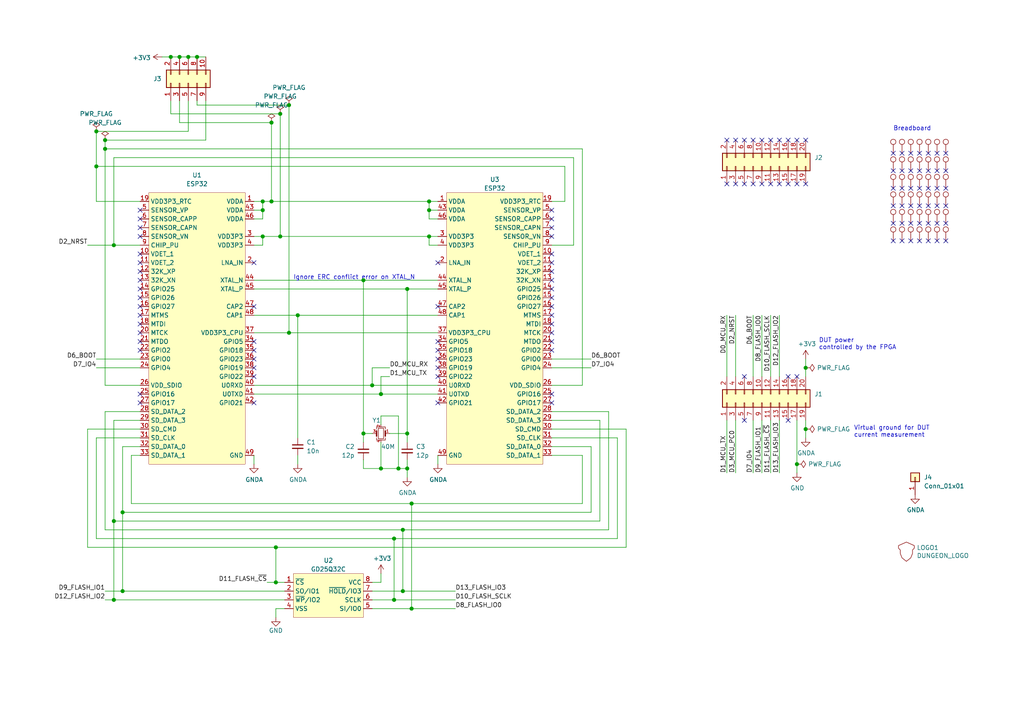
<source format=kicad_sch>
(kicad_sch (version 20210406) (generator eeschema)
  (paper "A4")
  (title_block (title "Scaffold ESP32 daughterboard") (date "2021-03-05") (company "LEDGER SAS"))
  (lib_symbols
    (symbol "Connector:TestPoint" (pin_numbers hide) (pin_names (offset 0.762) hide)
      (property "Reference" "TP" (at 0 6.858 0))
      (property "Value" "TestPoint" (at 0 5.08 0))
      (symbol "TestPoint_0_1"
        (circle (center 0 3.302) (radius 0.762))
      )
      (symbol "TestPoint_1_1"
        (pin passive line (at 0 0 90) (length 2.54) (name "1") (number "1"))
      )
    )
    (symbol "Connector_Generic:Conn_01x01" (pin_names (offset 1.016) hide)
      (property "Reference" "J" (at 0 2.54 0))
      (property "Value" "Conn_01x01" (at 0 -2.54 0))
      (symbol "Conn_01x01_1_1"
        (rectangle (start -1.27 0.127) (end 0 -0.127) (stroke (width 0.1524)))
        (rectangle (start -1.27 1.27) (end 1.27 -1.27) (stroke (width 0.254)) (fill (type background)))
        (pin passive line (at -5.08 0 0) (length 3.81) (name "Pin_1") (number "1"))
      )
    )
    (symbol "Connector_Generic:Conn_02x05_Odd_Even" (pin_names (offset 1.016) hide)
      (property "Reference" "J" (at 1.27 7.62 0))
      (property "Value" "Conn_02x05_Odd_Even" (at 1.27 -7.62 0))
      (symbol "Conn_02x05_Odd_Even_1_1"
        (rectangle (start -1.27 -4.953) (end 0 -5.207) (stroke (width 0.1524)))
        (rectangle (start -1.27 -2.413) (end 0 -2.667) (stroke (width 0.1524)))
        (rectangle (start -1.27 0.127) (end 0 -0.127) (stroke (width 0.1524)))
        (rectangle (start -1.27 2.667) (end 0 2.413) (stroke (width 0.1524)))
        (rectangle (start -1.27 5.207) (end 0 4.953) (stroke (width 0.1524)))
        (rectangle (start 3.81 -4.953) (end 2.54 -5.207) (stroke (width 0.1524)))
        (rectangle (start 3.81 -2.413) (end 2.54 -2.667) (stroke (width 0.1524)))
        (rectangle (start 3.81 0.127) (end 2.54 -0.127) (stroke (width 0.1524)))
        (rectangle (start 3.81 2.667) (end 2.54 2.413) (stroke (width 0.1524)))
        (rectangle (start 3.81 5.207) (end 2.54 4.953) (stroke (width 0.1524)))
        (rectangle (start -1.27 6.35) (end 3.81 -6.35) (stroke (width 0.254)) (fill (type background)))
        (pin passive line (at -5.08 5.08 0) (length 3.81) (name "Pin_1") (number "1"))
        (pin passive line (at 7.62 -5.08 180) (length 3.81) (name "Pin_10") (number "10"))
        (pin passive line (at 7.62 5.08 180) (length 3.81) (name "Pin_2") (number "2"))
        (pin passive line (at -5.08 2.54 0) (length 3.81) (name "Pin_3") (number "3"))
        (pin passive line (at 7.62 2.54 180) (length 3.81) (name "Pin_4") (number "4"))
        (pin passive line (at -5.08 0 0) (length 3.81) (name "Pin_5") (number "5"))
        (pin passive line (at 7.62 0 180) (length 3.81) (name "Pin_6") (number "6"))
        (pin passive line (at -5.08 -2.54 0) (length 3.81) (name "Pin_7") (number "7"))
        (pin passive line (at 7.62 -2.54 180) (length 3.81) (name "Pin_8") (number "8"))
        (pin passive line (at -5.08 -5.08 0) (length 3.81) (name "Pin_9") (number "9"))
      )
    )
    (symbol "Connector_Generic:Conn_02x10_Odd_Even_1" (pin_names (offset 1.016) hide)
      (property "Reference" "J" (at 1.27 12.7 0))
      (property "Value" "Conn_02x10_Odd_Even" (at 1.27 -15.24 0))
      (symbol "Conn_02x10_Odd_Even_1_1_1"
        (rectangle (start -1.27 -12.573) (end 0 -12.827) (stroke (width 0.1524)))
        (rectangle (start -1.27 -10.033) (end 0 -10.287) (stroke (width 0.1524)))
        (rectangle (start -1.27 -7.493) (end 0 -7.747) (stroke (width 0.1524)))
        (rectangle (start -1.27 -4.953) (end 0 -5.207) (stroke (width 0.1524)))
        (rectangle (start -1.27 -2.413) (end 0 -2.667) (stroke (width 0.1524)))
        (rectangle (start -1.27 0.127) (end 0 -0.127) (stroke (width 0.1524)))
        (rectangle (start -1.27 2.667) (end 0 2.413) (stroke (width 0.1524)))
        (rectangle (start -1.27 5.207) (end 0 4.953) (stroke (width 0.1524)))
        (rectangle (start -1.27 7.747) (end 0 7.493) (stroke (width 0.1524)))
        (rectangle (start -1.27 10.287) (end 0 10.033) (stroke (width 0.1524)))
        (rectangle (start 3.81 -12.573) (end 2.54 -12.827) (stroke (width 0.1524)))
        (rectangle (start 3.81 -10.033) (end 2.54 -10.287) (stroke (width 0.1524)))
        (rectangle (start 3.81 -7.493) (end 2.54 -7.747) (stroke (width 0.1524)))
        (rectangle (start 3.81 -4.953) (end 2.54 -5.207) (stroke (width 0.1524)))
        (rectangle (start 3.81 -2.413) (end 2.54 -2.667) (stroke (width 0.1524)))
        (rectangle (start 3.81 0.127) (end 2.54 -0.127) (stroke (width 0.1524)))
        (rectangle (start 3.81 2.667) (end 2.54 2.413) (stroke (width 0.1524)))
        (rectangle (start 3.81 5.207) (end 2.54 4.953) (stroke (width 0.1524)))
        (rectangle (start 3.81 7.747) (end 2.54 7.493) (stroke (width 0.1524)))
        (rectangle (start 3.81 10.287) (end 2.54 10.033) (stroke (width 0.1524)))
        (rectangle (start -1.27 11.43) (end 3.81 -13.97) (stroke (width 0.254)) (fill (type background)))
        (pin passive line (at -5.08 10.16 0) (length 3.81) (name "Pin_1") (number "1"))
        (pin passive line (at 7.62 0 180) (length 3.81) (name "Pin_10") (number "10"))
        (pin passive line (at -5.08 -2.54 0) (length 3.81) (name "Pin_11") (number "11"))
        (pin passive line (at 7.62 -2.54 180) (length 3.81) (name "Pin_12") (number "12"))
        (pin passive line (at -5.08 -5.08 0) (length 3.81) (name "Pin_13") (number "13"))
        (pin passive line (at 7.62 -5.08 180) (length 3.81) (name "Pin_14") (number "14"))
        (pin passive line (at -5.08 -7.62 0) (length 3.81) (name "Pin_15") (number "15"))
        (pin passive line (at 7.62 -7.62 180) (length 3.81) (name "Pin_16") (number "16"))
        (pin passive line (at -5.08 -10.16 0) (length 3.81) (name "Pin_17") (number "17"))
        (pin passive line (at 7.62 -10.16 180) (length 3.81) (name "Pin_18") (number "18"))
        (pin passive line (at -5.08 -12.7 0) (length 3.81) (name "Pin_19") (number "19"))
        (pin passive line (at 7.62 10.16 180) (length 3.81) (name "Pin_2") (number "2"))
        (pin passive line (at 7.62 -12.7 180) (length 3.81) (name "Pin_20") (number "20"))
        (pin passive line (at -5.08 7.62 0) (length 3.81) (name "Pin_3") (number "3"))
        (pin passive line (at 7.62 7.62 180) (length 3.81) (name "Pin_4") (number "4"))
        (pin passive line (at -5.08 5.08 0) (length 3.81) (name "Pin_5") (number "5"))
        (pin passive line (at 7.62 5.08 180) (length 3.81) (name "Pin_6") (number "6"))
        (pin passive line (at -5.08 2.54 0) (length 3.81) (name "Pin_7") (number "7"))
        (pin passive line (at 7.62 2.54 180) (length 3.81) (name "Pin_8") (number "8"))
        (pin passive line (at -5.08 0 0) (length 3.81) (name "Pin_9") (number "9"))
      )
    )
    (symbol "Connector_Generic:Conn_02x10_Odd_Even_2" (pin_names (offset 1.016) hide)
      (property "Reference" "J" (at 1.27 12.7 0))
      (property "Value" "Conn_02x10_Odd_Even" (at 1.27 -15.24 0))
      (symbol "Conn_02x10_Odd_Even_2_1_1"
        (rectangle (start -1.27 -12.573) (end 0 -12.827) (stroke (width 0.1524)))
        (rectangle (start -1.27 -10.033) (end 0 -10.287) (stroke (width 0.1524)))
        (rectangle (start -1.27 -7.493) (end 0 -7.747) (stroke (width 0.1524)))
        (rectangle (start -1.27 -4.953) (end 0 -5.207) (stroke (width 0.1524)))
        (rectangle (start -1.27 -2.413) (end 0 -2.667) (stroke (width 0.1524)))
        (rectangle (start -1.27 0.127) (end 0 -0.127) (stroke (width 0.1524)))
        (rectangle (start -1.27 2.667) (end 0 2.413) (stroke (width 0.1524)))
        (rectangle (start -1.27 5.207) (end 0 4.953) (stroke (width 0.1524)))
        (rectangle (start -1.27 7.747) (end 0 7.493) (stroke (width 0.1524)))
        (rectangle (start -1.27 10.287) (end 0 10.033) (stroke (width 0.1524)))
        (rectangle (start 3.81 -12.573) (end 2.54 -12.827) (stroke (width 0.1524)))
        (rectangle (start 3.81 -10.033) (end 2.54 -10.287) (stroke (width 0.1524)))
        (rectangle (start 3.81 -7.493) (end 2.54 -7.747) (stroke (width 0.1524)))
        (rectangle (start 3.81 -4.953) (end 2.54 -5.207) (stroke (width 0.1524)))
        (rectangle (start 3.81 -2.413) (end 2.54 -2.667) (stroke (width 0.1524)))
        (rectangle (start 3.81 0.127) (end 2.54 -0.127) (stroke (width 0.1524)))
        (rectangle (start 3.81 2.667) (end 2.54 2.413) (stroke (width 0.1524)))
        (rectangle (start 3.81 5.207) (end 2.54 4.953) (stroke (width 0.1524)))
        (rectangle (start 3.81 7.747) (end 2.54 7.493) (stroke (width 0.1524)))
        (rectangle (start 3.81 10.287) (end 2.54 10.033) (stroke (width 0.1524)))
        (rectangle (start -1.27 11.43) (end 3.81 -13.97) (stroke (width 0.254)) (fill (type background)))
        (pin passive line (at -5.08 10.16 0) (length 3.81) (name "Pin_1") (number "1"))
        (pin passive line (at 7.62 0 180) (length 3.81) (name "Pin_10") (number "10"))
        (pin passive line (at -5.08 -2.54 0) (length 3.81) (name "Pin_11") (number "11"))
        (pin passive line (at 7.62 -2.54 180) (length 3.81) (name "Pin_12") (number "12"))
        (pin passive line (at -5.08 -5.08 0) (length 3.81) (name "Pin_13") (number "13"))
        (pin passive line (at 7.62 -5.08 180) (length 3.81) (name "Pin_14") (number "14"))
        (pin passive line (at -5.08 -7.62 0) (length 3.81) (name "Pin_15") (number "15"))
        (pin passive line (at 7.62 -7.62 180) (length 3.81) (name "Pin_16") (number "16"))
        (pin passive line (at -5.08 -10.16 0) (length 3.81) (name "Pin_17") (number "17"))
        (pin passive line (at 7.62 -10.16 180) (length 3.81) (name "Pin_18") (number "18"))
        (pin passive line (at -5.08 -12.7 0) (length 3.81) (name "Pin_19") (number "19"))
        (pin passive line (at 7.62 10.16 180) (length 3.81) (name "Pin_2") (number "2"))
        (pin passive line (at 7.62 -12.7 180) (length 3.81) (name "Pin_20") (number "20"))
        (pin passive line (at -5.08 7.62 0) (length 3.81) (name "Pin_3") (number "3"))
        (pin passive line (at 7.62 7.62 180) (length 3.81) (name "Pin_4") (number "4"))
        (pin passive line (at -5.08 5.08 0) (length 3.81) (name "Pin_5") (number "5"))
        (pin passive line (at 7.62 5.08 180) (length 3.81) (name "Pin_6") (number "6"))
        (pin passive line (at -5.08 2.54 0) (length 3.81) (name "Pin_7") (number "7"))
        (pin passive line (at 7.62 2.54 180) (length 3.81) (name "Pin_8") (number "8"))
        (pin passive line (at -5.08 0 0) (length 3.81) (name "Pin_9") (number "9"))
      )
    )
    (symbol "Device:C_Small" (pin_numbers hide) (pin_names (offset 0.254) hide)
      (property "Reference" "C" (at 0.254 1.778 0))
      (property "Value" "C_Small" (at 0.254 -2.032 0))
      (symbol "C_Small_0_1"
        (polyline (pts (xy -1.524 -0.508) (xy 1.524 -0.508)) (stroke (width 0.3302)))
        (polyline (pts (xy -1.524 0.508) (xy 1.524 0.508)) (stroke (width 0.3048)))
      )
      (symbol "C_Small_1_1"
        (pin passive line (at 0 2.54 270) (length 2.032) (name "~") (number "1"))
        (pin passive line (at 0 -2.54 90) (length 2.032) (name "~") (number "2"))
      )
    )
    (symbol "Device:Crystal_GND24_Small" (pin_names (offset 1.016) hide)
      (property "Reference" "Y" (at 1.27 4.445 0))
      (property "Value" "Crystal_GND24_Small" (at 1.27 2.54 0))
      (symbol "Crystal_GND24_Small_0_1"
        (rectangle (start -0.762 -1.524) (end 0.762 1.524))
        (polyline (pts (xy -1.27 -0.762) (xy -1.27 0.762)) (stroke (width 0.381)))
        (polyline (pts (xy 1.27 -0.762) (xy 1.27 0.762)) (stroke (width 0.381)))
        (polyline (pts (xy -1.27 -1.27) (xy -1.27 -1.905) (xy 1.27 -1.905) (xy 1.27 -1.27)))
        (polyline (pts (xy -1.27 1.27) (xy -1.27 1.905) (xy 1.27 1.905) (xy 1.27 1.27)))
      )
      (symbol "Crystal_GND24_Small_1_1"
        (pin passive line (at -2.54 0 0) (length 1.27) (name "1") (number "1"))
        (pin passive line (at 0 -2.54 90) (length 0.635) (name "2") (number "2"))
        (pin passive line (at 2.54 0 180) (length 1.27) (name "3") (number "3"))
        (pin passive line (at 0 2.54 270) (length 0.635) (name "4") (number "4"))
      )
    )
    (symbol "mylib:DUNGEON_LOGO"
      (property "Reference" "LOGO" (at 0 0 0))
      (property "Value" "DUNGEON_LOGO" (at 0 0 0))
      (symbol "DUNGEON_LOGO_0_1"
        (polyline (pts (xy 0 2.794) (xy 2.286 1.778) (xy 2.286 1.016) (xy 1.778 0.508) (xy 1.778 -0.508) (xy 1.27 -1.778) (xy 0 -2.794) (xy -1.27 -1.778) (xy -1.778 -0.508) (xy -1.778 0.508) (xy -2.286 1.016) (xy -2.286 1.778) (xy 0 2.794)))
      )
    )
    (symbol "mylib:ESP32"
      (property "Reference" "U" (at -1.27 41.91 0))
      (property "Value" "ESP32" (at -1.27 -39.37 0))
      (symbol "ESP32_0_1"
        (rectangle (start -15.24 40.64) (end 12.7 -38.1) (stroke (width 0.001)) (fill (type background)))
      )
      (symbol "ESP32_1_1"
        (pin power_in line (at 15.24 38.1 180) (length 2.54) (name "VDDA") (number "1"))
        (pin input line (at -17.78 22.86 0) (length 2.54) (name "VDET_1") (number "10"))
        (pin input line (at -17.78 20.32 0) (length 2.54) (name "VDET_2") (number "11"))
        (pin bidirectional line (at -17.78 17.78 0) (length 2.54) (name "32K_XP") (number "12"))
        (pin bidirectional line (at -17.78 15.24 0) (length 2.54) (name "32K_XN") (number "13"))
        (pin bidirectional line (at -17.78 12.7 0) (length 2.54) (name "GPIO25") (number "14"))
        (pin bidirectional line (at -17.78 10.16 0) (length 2.54) (name "GPIO26") (number "15"))
        (pin bidirectional line (at -17.78 7.62 0) (length 2.54) (name "GPIO27") (number "16"))
        (pin bidirectional line (at -17.78 5.08 0) (length 2.54) (name "MTMS") (number "17"))
        (pin bidirectional line (at -17.78 2.54 0) (length 2.54) (name "MTDI") (number "18"))
        (pin power_in line (at -17.78 38.1 0) (length 2.54) (name "VDD3P3_RTC") (number "19"))
        (pin bidirectional line (at 15.24 20.32 180) (length 2.54) (name "LNA_IN") (number "2"))
        (pin bidirectional line (at -17.78 0 0) (length 2.54) (name "MTCK") (number "20"))
        (pin bidirectional line (at -17.78 -2.54 0) (length 2.54) (name "MTDO") (number "21"))
        (pin bidirectional line (at -17.78 -5.08 0) (length 2.54) (name "GPIO2") (number "22"))
        (pin bidirectional line (at -17.78 -7.62 0) (length 2.54) (name "GPIO0") (number "23"))
        (pin bidirectional line (at -17.78 -10.16 0) (length 2.54) (name "GPIO4") (number "24"))
        (pin bidirectional line (at -17.78 -17.78 0) (length 2.54) (name "GPIO16") (number "25"))
        (pin power_in line (at -17.78 -15.24 0) (length 2.54) (name "VDD_SDIO") (number "26"))
        (pin bidirectional line (at -17.78 -20.32 0) (length 2.54) (name "GPIO17") (number "27"))
        (pin bidirectional line (at -17.78 -22.86 0) (length 2.54) (name "SD_DATA_2") (number "28"))
        (pin bidirectional line (at -17.78 -25.4 0) (length 2.54) (name "SD_DATA_3") (number "29"))
        (pin power_in line (at 15.24 27.94 180) (length 2.54) (name "VDD3P3") (number "3"))
        (pin bidirectional line (at -17.78 -27.94 0) (length 2.54) (name "SD_CMD") (number "30"))
        (pin bidirectional line (at -17.78 -30.48 0) (length 2.54) (name "SD_CLK") (number "31"))
        (pin bidirectional line (at -17.78 -33.02 0) (length 2.54) (name "SD_DATA_0") (number "32"))
        (pin bidirectional line (at -17.78 -35.56 0) (length 2.54) (name "SD_DATA_1") (number "33"))
        (pin bidirectional line (at 15.24 -2.54 180) (length 2.54) (name "GPIO5") (number "34"))
        (pin bidirectional line (at 15.24 -5.08 180) (length 2.54) (name "GPIO18") (number "35"))
        (pin bidirectional line (at 15.24 -7.62 180) (length 2.54) (name "GPIO23") (number "36"))
        (pin power_in line (at 15.24 0 180) (length 2.54) (name "VDD3P3_CPU") (number "37"))
        (pin bidirectional line (at 15.24 -10.16 180) (length 2.54) (name "GPIO19") (number "38"))
        (pin bidirectional line (at 15.24 -12.7 180) (length 2.54) (name "GPIO22") (number "39"))
        (pin power_in line (at 15.24 25.4 180) (length 2.54) (name "VDD3P3") (number "4"))
        (pin bidirectional line (at 15.24 -15.24 180) (length 2.54) (name "U0RXD") (number "40"))
        (pin bidirectional line (at 15.24 -17.78 180) (length 2.54) (name "U0TXD") (number "41"))
        (pin bidirectional line (at 15.24 -20.32 180) (length 2.54) (name "GPIO21") (number "42"))
        (pin power_in line (at 15.24 35.56 180) (length 2.54) (name "VDDA") (number "43"))
        (pin output line (at 15.24 15.24 180) (length 2.54) (name "XTAL_N") (number "44"))
        (pin input line (at 15.24 12.7 180) (length 2.54) (name "XTAL_P") (number "45"))
        (pin power_in line (at 15.24 33.02 180) (length 2.54) (name "VDDA") (number "46"))
        (pin input line (at 15.24 7.62 180) (length 2.54) (name "CAP2") (number "47"))
        (pin input line (at 15.24 5.08 180) (length 2.54) (name "CAP1") (number "48"))
        (pin power_in line (at 15.24 -35.56 180) (length 2.54) (name "GND") (number "49"))
        (pin input line (at -17.78 35.56 0) (length 2.54) (name "SENSOR_VP") (number "5"))
        (pin input line (at -17.78 33.02 0) (length 2.54) (name "SENSOR_CAPP") (number "6"))
        (pin input line (at -17.78 30.48 0) (length 2.54) (name "SENSOR_CAPN") (number "7"))
        (pin input line (at -17.78 27.94 0) (length 2.54) (name "SENSOR_VN") (number "8"))
        (pin input line (at -17.78 25.4 0) (length 2.54) (name "CHIP_PU") (number "9"))
      )
    )
    (symbol "mylib:GD25Q32C"
      (property "Reference" "U" (at 0 3.81 0))
      (property "Value" "GD25Q32C" (at 0 -11.43 0))
      (symbol "GD25Q32C_0_1"
        (rectangle (start -10.16 2.54) (end 10.16 -10.16) (stroke (width 0.001)) (fill (type background)))
      )
      (symbol "GD25Q32C_1_1"
        (pin input line (at -12.7 0 0) (length 2.54) (name "~CS") (number "1"))
        (pin bidirectional line (at -12.7 -2.54 0) (length 2.54) (name "SO/IO1") (number "2"))
        (pin bidirectional line (at -12.7 -5.08 0) (length 2.54) (name "~WP~/IO2") (number "3"))
        (pin power_in line (at -12.7 -7.62 0) (length 2.54) (name "VSS") (number "4"))
        (pin bidirectional line (at 12.7 -7.62 180) (length 2.54) (name "SI/IO0") (number "5"))
        (pin input line (at 12.7 -5.08 180) (length 2.54) (name "SCLK") (number "6"))
        (pin bidirectional line (at 12.7 -2.54 180) (length 2.54) (name "~HOLD~/IO3") (number "7"))
        (pin power_in line (at 12.7 0 180) (length 2.54) (name "VCC") (number "8"))
      )
    )
    (symbol "power:+3V3" (power) (pin_names (offset 0))
      (property "Value" "+3V3" (at 0 3.556 0))
      (symbol "+3V3_0_1"
        (polyline (pts (xy -0.762 1.27) (xy 0 2.54)))
        (polyline (pts (xy 0 0) (xy 0 2.54)))
        (polyline (pts (xy 0 2.54) (xy 0.762 1.27)))
      )
      (symbol "+3V3_1_1"
        (pin power_in line (at 0 0 90) (length 0) hide (name "+3V3") (number "1"))
      )
    )
    (symbol "power:GND" (power) (pin_names (offset 0))
      (property "Value" "GND" (at 0 -3.81 0))
      (symbol "GND_0_1"
        (polyline (pts (xy 0 0) (xy 0 -1.27) (xy 1.27 -1.27) (xy 0 -2.54) (xy -1.27 -1.27) (xy 0 -1.27)))
      )
      (symbol "GND_1_1"
        (pin power_in line (at 0 0 270) (length 0) hide (name "GND") (number "1"))
      )
    )
    (symbol "power:GNDA" (power) (pin_names (offset 0))
      (property "Value" "GNDA" (at 0 -3.81 0))
      (symbol "GNDA_0_1"
        (polyline (pts (xy 0 0) (xy 0 -1.27) (xy 1.27 -1.27) (xy 0 -2.54) (xy -1.27 -1.27) (xy 0 -1.27)))
      )
      (symbol "GNDA_1_1"
        (pin power_in line (at 0 0 270) (length 0) hide (name "GNDA") (number "1"))
      )
    )
    (symbol "power:PWR_FLAG" (power) (pin_numbers hide) (pin_names (offset 0) hide)
      (property "Value" "PWR_FLAG" (at 0 3.81 0))
      (symbol "PWR_FLAG_0_0"
        (pin power_out line (at 0 0 90) (length 0) (name "pwr") (number "1"))
      )
      (symbol "PWR_FLAG_0_1"
        (polyline (pts (xy 0 0) (xy 0 1.27) (xy -1.016 1.905) (xy 0 2.54) (xy 1.016 1.905) (xy 0 1.27)))
      )
    )
  )
  (junction (at 27.94 38.1) (diameter 1.016))
  (junction (at 27.94 48.26) (diameter 1.016))
  (junction (at 30.48 40.64) (diameter 1.016))
  (junction (at 30.48 43.18) (diameter 1.016))
  (junction (at 33.02 71.12) (diameter 1.016))
  (junction (at 33.02 151.13) (diameter 1.016))
  (junction (at 33.02 173.99) (diameter 1.016))
  (junction (at 35.56 148.59) (diameter 1.016))
  (junction (at 35.56 171.45) (diameter 1.016))
  (junction (at 49.53 16.51) (diameter 1.016))
  (junction (at 52.07 16.51) (diameter 1.016))
  (junction (at 54.61 16.51) (diameter 1.016))
  (junction (at 57.15 16.51) (diameter 1.016))
  (junction (at 76.2 58.42) (diameter 1.016))
  (junction (at 76.2 60.96) (diameter 1.016))
  (junction (at 76.2 68.58) (diameter 1.016))
  (junction (at 78.74 35.56) (diameter 1.016))
  (junction (at 78.74 58.42) (diameter 1.016))
  (junction (at 80.01 158.75) (diameter 1.016))
  (junction (at 80.01 168.91) (diameter 1.016))
  (junction (at 81.28 33.02) (diameter 1.016))
  (junction (at 81.28 68.58) (diameter 1.016))
  (junction (at 83.82 30.48) (diameter 1.016))
  (junction (at 83.82 96.52) (diameter 1.016))
  (junction (at 86.36 91.44) (diameter 1.016))
  (junction (at 105.41 81.28) (diameter 1.016))
  (junction (at 105.41 125.73) (diameter 1.016))
  (junction (at 107.95 111.76) (diameter 1.016))
  (junction (at 110.49 114.3) (diameter 1.016))
  (junction (at 110.49 135.89) (diameter 1.016))
  (junction (at 114.3 156.21) (diameter 1.016))
  (junction (at 114.3 173.99) (diameter 1.016))
  (junction (at 115.57 135.89) (diameter 1.016))
  (junction (at 116.84 153.67) (diameter 1.016))
  (junction (at 116.84 171.45) (diameter 1.016))
  (junction (at 118.11 83.82) (diameter 1.016))
  (junction (at 118.11 125.73) (diameter 1.016))
  (junction (at 118.11 135.89) (diameter 1.016))
  (junction (at 119.38 146.05) (diameter 1.016))
  (junction (at 119.38 176.53) (diameter 1.016))
  (junction (at 124.46 58.42) (diameter 1.016))
  (junction (at 124.46 60.96) (diameter 1.016))
  (junction (at 124.46 68.58) (diameter 1.016))
  (junction (at 231.14 134.62) (diameter 1.016))
  (junction (at 233.68 106.68) (diameter 1.016))
  (junction (at 233.68 124.46) (diameter 1.016))
  (no_connect (at 40.64 60.96))
  (no_connect (at 40.64 63.5))
  (no_connect (at 40.64 66.04))
  (no_connect (at 40.64 68.58))
  (no_connect (at 40.64 73.66))
  (no_connect (at 40.64 76.2))
  (no_connect (at 40.64 78.74))
  (no_connect (at 40.64 81.28))
  (no_connect (at 40.64 83.82))
  (no_connect (at 40.64 86.36))
  (no_connect (at 40.64 88.9))
  (no_connect (at 40.64 91.44))
  (no_connect (at 40.64 93.98))
  (no_connect (at 40.64 96.52))
  (no_connect (at 40.64 99.06))
  (no_connect (at 40.64 101.6))
  (no_connect (at 40.64 114.3))
  (no_connect (at 40.64 116.84))
  (no_connect (at 73.66 76.2))
  (no_connect (at 73.66 88.9))
  (no_connect (at 73.66 99.06))
  (no_connect (at 73.66 101.6))
  (no_connect (at 73.66 104.14))
  (no_connect (at 73.66 106.68))
  (no_connect (at 73.66 109.22))
  (no_connect (at 73.66 116.84))
  (no_connect (at 127 76.2))
  (no_connect (at 127 88.9))
  (no_connect (at 127 99.06))
  (no_connect (at 127 101.6))
  (no_connect (at 127 104.14))
  (no_connect (at 127 106.68))
  (no_connect (at 127 109.22))
  (no_connect (at 127 116.84))
  (no_connect (at 160.02 60.96))
  (no_connect (at 160.02 63.5))
  (no_connect (at 160.02 66.04))
  (no_connect (at 160.02 68.58))
  (no_connect (at 160.02 73.66))
  (no_connect (at 160.02 76.2))
  (no_connect (at 160.02 78.74))
  (no_connect (at 160.02 81.28))
  (no_connect (at 160.02 83.82))
  (no_connect (at 160.02 86.36))
  (no_connect (at 160.02 88.9))
  (no_connect (at 160.02 91.44))
  (no_connect (at 160.02 93.98))
  (no_connect (at 160.02 96.52))
  (no_connect (at 160.02 99.06))
  (no_connect (at 160.02 101.6))
  (no_connect (at 160.02 114.3))
  (no_connect (at 160.02 116.84))
  (no_connect (at 210.82 40.64))
  (no_connect (at 210.82 53.34))
  (no_connect (at 213.36 40.64))
  (no_connect (at 213.36 53.34))
  (no_connect (at 215.9 40.64))
  (no_connect (at 215.9 53.34))
  (no_connect (at 215.9 109.22))
  (no_connect (at 215.9 121.92))
  (no_connect (at 218.44 40.64))
  (no_connect (at 218.44 53.34))
  (no_connect (at 220.98 40.64))
  (no_connect (at 220.98 53.34))
  (no_connect (at 223.52 40.64))
  (no_connect (at 223.52 53.34))
  (no_connect (at 226.06 40.64))
  (no_connect (at 226.06 53.34))
  (no_connect (at 228.6 40.64))
  (no_connect (at 228.6 53.34))
  (no_connect (at 228.6 109.22))
  (no_connect (at 228.6 121.92))
  (no_connect (at 231.14 40.64))
  (no_connect (at 231.14 53.34))
  (no_connect (at 231.14 109.22))
  (no_connect (at 233.68 40.64))
  (no_connect (at 233.68 53.34))
  (no_connect (at 259.08 44.45))
  (no_connect (at 259.08 49.53))
  (no_connect (at 259.08 54.61))
  (no_connect (at 259.08 59.69))
  (no_connect (at 259.08 64.77))
  (no_connect (at 259.08 69.85))
  (no_connect (at 261.62 44.45))
  (no_connect (at 261.62 49.53))
  (no_connect (at 261.62 54.61))
  (no_connect (at 261.62 59.69))
  (no_connect (at 261.62 64.77))
  (no_connect (at 261.62 69.85))
  (no_connect (at 264.16 44.45))
  (no_connect (at 264.16 49.53))
  (no_connect (at 264.16 54.61))
  (no_connect (at 264.16 59.69))
  (no_connect (at 264.16 64.77))
  (no_connect (at 264.16 69.85))
  (no_connect (at 266.7 44.45))
  (no_connect (at 266.7 49.53))
  (no_connect (at 266.7 54.61))
  (no_connect (at 266.7 59.69))
  (no_connect (at 266.7 64.77))
  (no_connect (at 266.7 69.85))
  (no_connect (at 269.24 44.45))
  (no_connect (at 269.24 49.53))
  (no_connect (at 269.24 54.61))
  (no_connect (at 269.24 59.69))
  (no_connect (at 269.24 64.77))
  (no_connect (at 269.24 69.85))
  (no_connect (at 271.78 44.45))
  (no_connect (at 271.78 49.53))
  (no_connect (at 271.78 54.61))
  (no_connect (at 271.78 59.69))
  (no_connect (at 271.78 64.77))
  (no_connect (at 271.78 69.85))
  (no_connect (at 274.32 44.45))
  (no_connect (at 274.32 49.53))
  (no_connect (at 274.32 54.61))
  (no_connect (at 274.32 59.69))
  (no_connect (at 274.32 64.77))
  (no_connect (at 274.32 69.85))
  (wire (pts (xy 25.4 71.12) (xy 33.02 71.12)))
  (wire (pts (xy 25.4 124.46) (xy 25.4 158.75)))
  (wire (pts (xy 25.4 158.75) (xy 80.01 158.75)))
  (wire (pts (xy 27.94 38.1) (xy 27.94 48.26)))
  (wire (pts (xy 27.94 38.1) (xy 54.61 38.1)))
  (wire (pts (xy 27.94 48.26) (xy 27.94 58.42)))
  (wire (pts (xy 27.94 48.26) (xy 163.83 48.26)))
  (wire (pts (xy 27.94 58.42) (xy 40.64 58.42)))
  (wire (pts (xy 27.94 104.14) (xy 40.64 104.14)))
  (wire (pts (xy 27.94 106.68) (xy 40.64 106.68)))
  (wire (pts (xy 27.94 127) (xy 40.64 127)))
  (wire (pts (xy 27.94 156.21) (xy 27.94 127)))
  (wire (pts (xy 30.48 40.64) (xy 30.48 43.18)))
  (wire (pts (xy 30.48 40.64) (xy 59.69 40.64)))
  (wire (pts (xy 30.48 43.18) (xy 30.48 111.76)))
  (wire (pts (xy 30.48 111.76) (xy 40.64 111.76)))
  (wire (pts (xy 30.48 119.38) (xy 30.48 153.67)))
  (wire (pts (xy 30.48 153.67) (xy 116.84 153.67)))
  (wire (pts (xy 30.48 171.45) (xy 35.56 171.45)))
  (wire (pts (xy 30.48 173.99) (xy 33.02 173.99)))
  (wire (pts (xy 33.02 45.72) (xy 166.37 45.72)))
  (wire (pts (xy 33.02 71.12) (xy 33.02 45.72)))
  (wire (pts (xy 33.02 71.12) (xy 40.64 71.12)))
  (wire (pts (xy 33.02 121.92) (xy 33.02 151.13)))
  (wire (pts (xy 33.02 121.92) (xy 40.64 121.92)))
  (wire (pts (xy 33.02 151.13) (xy 33.02 173.99)))
  (wire (pts (xy 33.02 151.13) (xy 173.99 151.13)))
  (wire (pts (xy 35.56 129.54) (xy 35.56 148.59)))
  (wire (pts (xy 35.56 129.54) (xy 40.64 129.54)))
  (wire (pts (xy 35.56 148.59) (xy 35.56 171.45)))
  (wire (pts (xy 35.56 148.59) (xy 171.45 148.59)))
  (wire (pts (xy 38.1 132.08) (xy 40.64 132.08)))
  (wire (pts (xy 38.1 146.05) (xy 38.1 132.08)))
  (wire (pts (xy 40.64 119.38) (xy 30.48 119.38)))
  (wire (pts (xy 40.64 124.46) (xy 25.4 124.46)))
  (wire (pts (xy 46.99 16.51) (xy 49.53 16.51)))
  (wire (pts (xy 49.53 16.51) (xy 52.07 16.51)))
  (wire (pts (xy 49.53 33.02) (xy 49.53 29.21)))
  (wire (pts (xy 49.53 33.02) (xy 81.28 33.02)))
  (wire (pts (xy 52.07 16.51) (xy 54.61 16.51)))
  (wire (pts (xy 52.07 29.21) (xy 52.07 35.56)))
  (wire (pts (xy 54.61 16.51) (xy 57.15 16.51)))
  (wire (pts (xy 54.61 38.1) (xy 54.61 29.21)))
  (wire (pts (xy 57.15 16.51) (xy 59.69 16.51)))
  (wire (pts (xy 57.15 30.48) (xy 57.15 29.21)))
  (wire (pts (xy 59.69 40.64) (xy 59.69 29.21)))
  (wire (pts (xy 73.66 60.96) (xy 76.2 60.96)))
  (wire (pts (xy 73.66 63.5) (xy 76.2 63.5)))
  (wire (pts (xy 73.66 68.58) (xy 76.2 68.58)))
  (wire (pts (xy 73.66 71.12) (xy 76.2 71.12)))
  (wire (pts (xy 73.66 81.28) (xy 105.41 81.28)))
  (wire (pts (xy 73.66 83.82) (xy 118.11 83.82)))
  (wire (pts (xy 73.66 91.44) (xy 86.36 91.44)))
  (wire (pts (xy 73.66 96.52) (xy 83.82 96.52)))
  (wire (pts (xy 73.66 111.76) (xy 107.95 111.76)))
  (wire (pts (xy 73.66 114.3) (xy 110.49 114.3)))
  (wire (pts (xy 73.66 132.08) (xy 73.66 134.62)))
  (wire (pts (xy 76.2 58.42) (xy 73.66 58.42)))
  (wire (pts (xy 76.2 60.96) (xy 76.2 58.42)))
  (wire (pts (xy 76.2 63.5) (xy 76.2 60.96)))
  (wire (pts (xy 76.2 68.58) (xy 81.28 68.58)))
  (wire (pts (xy 76.2 71.12) (xy 76.2 68.58)))
  (wire (pts (xy 77.47 168.91) (xy 80.01 168.91)))
  (wire (pts (xy 78.74 35.56) (xy 52.07 35.56)))
  (wire (pts (xy 78.74 35.56) (xy 78.74 58.42)))
  (wire (pts (xy 78.74 58.42) (xy 76.2 58.42)))
  (wire (pts (xy 78.74 58.42) (xy 124.46 58.42)))
  (wire (pts (xy 80.01 158.75) (xy 80.01 168.91)))
  (wire (pts (xy 80.01 158.75) (xy 181.61 158.75)))
  (wire (pts (xy 80.01 168.91) (xy 82.55 168.91)))
  (wire (pts (xy 80.01 176.53) (xy 80.01 179.07)))
  (wire (pts (xy 81.28 33.02) (xy 81.28 68.58)))
  (wire (pts (xy 81.28 68.58) (xy 124.46 68.58)))
  (wire (pts (xy 82.55 171.45) (xy 35.56 171.45)))
  (wire (pts (xy 82.55 173.99) (xy 33.02 173.99)))
  (wire (pts (xy 82.55 176.53) (xy 80.01 176.53)))
  (wire (pts (xy 83.82 30.48) (xy 57.15 30.48)))
  (wire (pts (xy 83.82 30.48) (xy 83.82 96.52)))
  (wire (pts (xy 83.82 96.52) (xy 127 96.52)))
  (wire (pts (xy 86.36 91.44) (xy 86.36 127)))
  (wire (pts (xy 86.36 91.44) (xy 127 91.44)))
  (wire (pts (xy 86.36 132.08) (xy 86.36 134.62)))
  (wire (pts (xy 105.41 81.28) (xy 127 81.28)))
  (wire (pts (xy 105.41 125.73) (xy 105.41 81.28)))
  (wire (pts (xy 105.41 125.73) (xy 105.41 128.27)))
  (wire (pts (xy 105.41 133.35) (xy 105.41 135.89)))
  (wire (pts (xy 105.41 135.89) (xy 110.49 135.89)))
  (wire (pts (xy 107.95 106.68) (xy 107.95 111.76)))
  (wire (pts (xy 107.95 111.76) (xy 127 111.76)))
  (wire (pts (xy 107.95 125.73) (xy 105.41 125.73)))
  (wire (pts (xy 107.95 168.91) (xy 110.49 168.91)))
  (wire (pts (xy 107.95 173.99) (xy 114.3 173.99)))
  (wire (pts (xy 107.95 176.53) (xy 119.38 176.53)))
  (wire (pts (xy 110.49 109.22) (xy 110.49 114.3)))
  (wire (pts (xy 110.49 114.3) (xy 127 114.3)))
  (wire (pts (xy 110.49 120.65) (xy 110.49 123.19)))
  (wire (pts (xy 110.49 128.27) (xy 110.49 135.89)))
  (wire (pts (xy 110.49 135.89) (xy 115.57 135.89)))
  (wire (pts (xy 110.49 168.91) (xy 110.49 166.37)))
  (wire (pts (xy 113.03 106.68) (xy 107.95 106.68)))
  (wire (pts (xy 113.03 109.22) (xy 110.49 109.22)))
  (wire (pts (xy 113.03 125.73) (xy 118.11 125.73)))
  (wire (pts (xy 114.3 156.21) (xy 27.94 156.21)))
  (wire (pts (xy 114.3 156.21) (xy 179.07 156.21)))
  (wire (pts (xy 114.3 173.99) (xy 114.3 156.21)))
  (wire (pts (xy 114.3 173.99) (xy 132.08 173.99)))
  (wire (pts (xy 115.57 120.65) (xy 110.49 120.65)))
  (wire (pts (xy 115.57 120.65) (xy 115.57 135.89)))
  (wire (pts (xy 115.57 135.89) (xy 118.11 135.89)))
  (wire (pts (xy 116.84 153.67) (xy 116.84 171.45)))
  (wire (pts (xy 116.84 153.67) (xy 176.53 153.67)))
  (wire (pts (xy 116.84 171.45) (xy 107.95 171.45)))
  (wire (pts (xy 116.84 171.45) (xy 132.08 171.45)))
  (wire (pts (xy 118.11 83.82) (xy 127 83.82)))
  (wire (pts (xy 118.11 125.73) (xy 118.11 83.82)))
  (wire (pts (xy 118.11 125.73) (xy 118.11 128.27)))
  (wire (pts (xy 118.11 133.35) (xy 118.11 135.89)))
  (wire (pts (xy 118.11 135.89) (xy 118.11 138.43)))
  (wire (pts (xy 119.38 146.05) (xy 38.1 146.05)))
  (wire (pts (xy 119.38 146.05) (xy 168.91 146.05)))
  (wire (pts (xy 119.38 176.53) (xy 119.38 146.05)))
  (wire (pts (xy 119.38 176.53) (xy 132.08 176.53)))
  (wire (pts (xy 124.46 58.42) (xy 127 58.42)))
  (wire (pts (xy 124.46 60.96) (xy 124.46 58.42)))
  (wire (pts (xy 124.46 63.5) (xy 124.46 60.96)))
  (wire (pts (xy 124.46 68.58) (xy 127 68.58)))
  (wire (pts (xy 124.46 71.12) (xy 124.46 68.58)))
  (wire (pts (xy 127 60.96) (xy 124.46 60.96)))
  (wire (pts (xy 127 63.5) (xy 124.46 63.5)))
  (wire (pts (xy 127 71.12) (xy 124.46 71.12)))
  (wire (pts (xy 127 132.08) (xy 127 134.62)))
  (wire (pts (xy 160.02 104.14) (xy 171.45 104.14)))
  (wire (pts (xy 160.02 106.68) (xy 171.45 106.68)))
  (wire (pts (xy 160.02 111.76) (xy 168.91 111.76)))
  (wire (pts (xy 160.02 119.38) (xy 176.53 119.38)))
  (wire (pts (xy 160.02 121.92) (xy 173.99 121.92)))
  (wire (pts (xy 160.02 124.46) (xy 181.61 124.46)))
  (wire (pts (xy 160.02 127) (xy 179.07 127)))
  (wire (pts (xy 160.02 129.54) (xy 171.45 129.54)))
  (wire (pts (xy 163.83 48.26) (xy 163.83 58.42)))
  (wire (pts (xy 163.83 58.42) (xy 160.02 58.42)))
  (wire (pts (xy 166.37 45.72) (xy 166.37 71.12)))
  (wire (pts (xy 166.37 71.12) (xy 160.02 71.12)))
  (wire (pts (xy 168.91 43.18) (xy 30.48 43.18)))
  (wire (pts (xy 168.91 111.76) (xy 168.91 43.18)))
  (wire (pts (xy 168.91 132.08) (xy 160.02 132.08)))
  (wire (pts (xy 168.91 146.05) (xy 168.91 132.08)))
  (wire (pts (xy 171.45 148.59) (xy 171.45 129.54)))
  (wire (pts (xy 173.99 151.13) (xy 173.99 121.92)))
  (wire (pts (xy 176.53 153.67) (xy 176.53 119.38)))
  (wire (pts (xy 179.07 156.21) (xy 179.07 127)))
  (wire (pts (xy 181.61 124.46) (xy 181.61 158.75)))
  (wire (pts (xy 210.82 109.22) (xy 210.82 91.44)))
  (wire (pts (xy 210.82 121.92) (xy 210.82 137.16)))
  (wire (pts (xy 213.36 109.22) (xy 213.36 91.44)))
  (wire (pts (xy 213.36 121.92) (xy 213.36 137.16)))
  (wire (pts (xy 218.44 109.22) (xy 218.44 91.44)))
  (wire (pts (xy 218.44 121.92) (xy 218.44 137.16)))
  (wire (pts (xy 220.98 91.44) (xy 220.98 109.22)))
  (wire (pts (xy 220.98 121.92) (xy 220.98 137.16)))
  (wire (pts (xy 223.52 91.44) (xy 223.52 109.22)))
  (wire (pts (xy 223.52 121.92) (xy 223.52 137.16)))
  (wire (pts (xy 226.06 91.44) (xy 226.06 109.22)))
  (wire (pts (xy 226.06 121.92) (xy 226.06 137.16)))
  (wire (pts (xy 231.14 134.62) (xy 231.14 121.92)))
  (wire (pts (xy 231.14 137.16) (xy 231.14 134.62)))
  (wire (pts (xy 233.68 104.14) (xy 233.68 106.68)))
  (wire (pts (xy 233.68 106.68) (xy 233.68 109.22)))
  (wire (pts (xy 233.68 121.92) (xy 233.68 124.46)))
  (wire (pts (xy 233.68 124.46) (xy 233.68 127)))
  (text "Ignore ERC conflict error on XTAL_N" (at 85.09 81.28 0) (effects (font (size 1.27 1.27)) (justify left bottom)))
  (text "DUT power\ncontrolled by the FPGA" (at 237.49 101.6 0) (effects (font (size 1.27 1.27)) (justify left bottom)))
  (text "Virtual ground for DUT\ncurrent measurement" (at 247.65 127 0) (effects (font (size 1.27 1.27)) (justify left bottom)))
  (text "Breadboard" (at 259.08 38.1 0) (effects (font (size 1.27 1.27)) (justify left bottom)))
  (label "D2_NRST" (at 25.4 71.12 180))
  (label "D6_BOOT" (at 27.94 104.14 180))
  (label "D7_IO4" (at 27.94 106.68 180))
  (label "D9_FLASH_IO1" (at 30.48 171.45 180))
  (label "D12_FLASH_IO2" (at 30.48 173.99 180))
  (label "D11_FLASH_~CS" (at 77.47 168.91 180))
  (label "D0_MCU_RX" (at 113.03 106.68 0))
  (label "D1_MCU_TX" (at 113.03 109.22 0))
  (label "D13_FLASH_IO3" (at 132.08 171.45 0))
  (label "D10_FLASH_SCLK" (at 132.08 173.99 0))
  (label "D8_FLASH_IO0" (at 132.08 176.53 0))
  (label "D6_BOOT" (at 171.45 104.14 0))
  (label "D7_IO4" (at 171.45 106.68 0))
  (label "D0_MCU_RX" (at 210.82 91.44 270))
  (label "D1_MCU_TX" (at 210.82 137.16 90))
  (label "D2_NRST" (at 213.36 91.44 270))
  (label "D3_MCU_PC0" (at 213.36 137.16 90))
  (label "D6_BOOT" (at 218.44 91.44 270))
  (label "D7_IO4" (at 218.44 137.16 90))
  (label "D8_FLASH_IO0" (at 220.98 91.44 270))
  (label "D9_FLASH_IO1" (at 220.98 137.16 90))
  (label "D10_FLASH_SCLK" (at 223.52 91.44 270))
  (label "D11_FLASH_~CS" (at 223.52 137.16 90))
  (label "D12_FLASH_IO2" (at 226.06 91.44 270))
  (label "D13_FLASH_IO3" (at 226.06 137.16 90))
  (symbol (lib_id "power:+3V3") (at 46.99 16.51 90) (unit 1)
    (property "Reference" "#PWR0104" (effects hide))
    (property "Value" "+3V3" (at 43.7388 16.764 90) (effects (justify left)))
  )
  (symbol (lib_id "power:+3V3") (at 110.49 166.37 0) (unit 1)
    (property "Reference" "#PWR0109" (effects hide))
    (property "Value" "+3V3" (at 110.871 161.9758 0))
  )
  (symbol (lib_id "power:+3V3") (at 233.68 104.14 0) (unit 1)
    (property "Reference" "#PWR0101" (effects hide))
    (property "Value" "+3V3" (at 234.061 99.7458 0))
  )
  (symbol (lib_id "power:PWR_FLAG") (at 27.94 38.1 0) (unit 1)
    (property "Reference" "#FLG0107" (effects hide))
    (property "Value" "PWR_FLAG" (at 27.94 33.02 0))
  )
  (symbol (lib_id "power:PWR_FLAG") (at 30.48 40.64 0) (unit 1)
    (property "Reference" "#FLG0108" (effects hide))
    (property "Value" "PWR_FLAG" (at 30.48 35.56 0))
  )
  (symbol (lib_id "power:PWR_FLAG") (at 78.74 35.56 0) (unit 1)
    (property "Reference" "#FLG0104" (effects hide))
    (property "Value" "PWR_FLAG" (at 78.74 30.48 0))
  )
  (symbol (lib_id "power:PWR_FLAG") (at 81.28 33.02 0) (unit 1)
    (property "Reference" "#FLG0106" (effects hide))
    (property "Value" "PWR_FLAG" (at 81.28 27.94 0))
  )
  (symbol (lib_id "power:PWR_FLAG") (at 83.82 30.48 0) (unit 1)
    (property "Reference" "#FLG0105" (effects hide))
    (property "Value" "PWR_FLAG" (at 83.82 25.4 0))
  )
  (symbol (lib_id "power:PWR_FLAG") (at 231.14 134.62 270) (unit 1)
    (property "Reference" "#FLG0103" (effects hide))
    (property "Value" "PWR_FLAG" (at 234.3912 134.62 90) (effects (justify left)))
  )
  (symbol (lib_id "power:PWR_FLAG") (at 233.68 106.68 270) (unit 1)
    (property "Reference" "#FLG0102" (effects hide))
    (property "Value" "PWR_FLAG" (at 236.9312 106.68 90) (effects (justify left)))
  )
  (symbol (lib_id "power:PWR_FLAG") (at 233.68 124.46 270) (unit 1)
    (property "Reference" "#FLG0101" (effects hide))
    (property "Value" "PWR_FLAG" (at 236.9312 124.46 90) (effects (justify left)))
  )
  (symbol (lib_id "Connector:TestPoint") (at 259.08 44.45 0) (unit 1)
    (property "Reference" "TP1" (effects hide))
    (property "Value" "TestPoint" (effects hide))
    (property "Footprint" "mykicadlibs:TEST_BREADBOARD_RECTANGULAR" (effects hide))
  )
  (symbol (lib_id "Connector:TestPoint") (at 259.08 49.53 0) (unit 1)
    (property "Reference" "TP2" (effects hide))
    (property "Value" "TestPoint" (effects hide))
    (property "Footprint" "mykicadlibs:TEST_BREADBOARD_RECTANGULAR" (effects hide))
  )
  (symbol (lib_id "Connector:TestPoint") (at 259.08 54.61 0) (unit 1)
    (property "Reference" "TP3" (effects hide))
    (property "Value" "TestPoint" (effects hide))
    (property "Footprint" "mykicadlibs:TEST_BREADBOARD_RECTANGULAR" (effects hide))
  )
  (symbol (lib_id "Connector:TestPoint") (at 259.08 59.69 0) (unit 1)
    (property "Reference" "TP4" (effects hide))
    (property "Value" "TestPoint" (effects hide))
    (property "Footprint" "mykicadlibs:TEST_BREADBOARD_RECTANGULAR" (effects hide))
  )
  (symbol (lib_id "Connector:TestPoint") (at 259.08 64.77 0) (unit 1)
    (property "Reference" "TP5" (effects hide))
    (property "Value" "TestPoint" (effects hide))
    (property "Footprint" "mykicadlibs:TEST_BREADBOARD_RECTANGULAR" (effects hide))
  )
  (symbol (lib_id "Connector:TestPoint") (at 259.08 69.85 0) (unit 1)
    (property "Reference" "TP6" (effects hide))
    (property "Value" "TestPoint" (effects hide))
    (property "Footprint" "mykicadlibs:TEST_BREADBOARD_RECTANGULAR" (effects hide))
  )
  (symbol (lib_id "Connector:TestPoint") (at 261.62 44.45 0) (unit 1)
    (property "Reference" "TP7" (effects hide))
    (property "Value" "TestPoint" (effects hide))
    (property "Footprint" "mykicadlibs:TEST_BREADBOARD_RECTANGULAR" (effects hide))
  )
  (symbol (lib_id "Connector:TestPoint") (at 261.62 49.53 0) (unit 1)
    (property "Reference" "TP8" (effects hide))
    (property "Value" "TestPoint" (effects hide))
    (property "Footprint" "mykicadlibs:TEST_BREADBOARD_RECTANGULAR" (effects hide))
  )
  (symbol (lib_id "Connector:TestPoint") (at 261.62 54.61 0) (unit 1)
    (property "Reference" "TP9" (effects hide))
    (property "Value" "TestPoint" (effects hide))
    (property "Footprint" "mykicadlibs:TEST_BREADBOARD_RECTANGULAR" (effects hide))
  )
  (symbol (lib_id "Connector:TestPoint") (at 261.62 59.69 0) (unit 1)
    (property "Reference" "TP10" (effects hide))
    (property "Value" "TestPoint" (effects hide))
    (property "Footprint" "mykicadlibs:TEST_BREADBOARD_RECTANGULAR" (effects hide))
  )
  (symbol (lib_id "Connector:TestPoint") (at 261.62 64.77 0) (unit 1)
    (property "Reference" "TP11" (effects hide))
    (property "Value" "TestPoint" (effects hide))
    (property "Footprint" "mykicadlibs:TEST_BREADBOARD_RECTANGULAR" (effects hide))
  )
  (symbol (lib_id "Connector:TestPoint") (at 261.62 69.85 0) (unit 1)
    (property "Reference" "TP12" (effects hide))
    (property "Value" "TestPoint" (effects hide))
    (property "Footprint" "mykicadlibs:TEST_BREADBOARD_RECTANGULAR" (effects hide))
  )
  (symbol (lib_id "Connector:TestPoint") (at 264.16 44.45 0) (unit 1)
    (property "Reference" "TP13" (effects hide))
    (property "Value" "TestPoint" (effects hide))
    (property "Footprint" "mykicadlibs:TEST_BREADBOARD_RECTANGULAR" (effects hide))
  )
  (symbol (lib_id "Connector:TestPoint") (at 264.16 49.53 0) (unit 1)
    (property "Reference" "TP14" (effects hide))
    (property "Value" "TestPoint" (effects hide))
    (property "Footprint" "mykicadlibs:TEST_BREADBOARD_RECTANGULAR" (effects hide))
  )
  (symbol (lib_id "Connector:TestPoint") (at 264.16 54.61 0) (unit 1)
    (property "Reference" "TP15" (effects hide))
    (property "Value" "TestPoint" (effects hide))
    (property "Footprint" "mykicadlibs:TEST_BREADBOARD_RECTANGULAR" (effects hide))
  )
  (symbol (lib_id "Connector:TestPoint") (at 264.16 59.69 0) (unit 1)
    (property "Reference" "TP16" (effects hide))
    (property "Value" "TestPoint" (effects hide))
    (property "Footprint" "mykicadlibs:TEST_BREADBOARD_RECTANGULAR" (effects hide))
  )
  (symbol (lib_id "Connector:TestPoint") (at 264.16 64.77 0) (unit 1)
    (property "Reference" "TP17" (effects hide))
    (property "Value" "TestPoint" (effects hide))
    (property "Footprint" "mykicadlibs:TEST_BREADBOARD_RECTANGULAR" (effects hide))
  )
  (symbol (lib_id "Connector:TestPoint") (at 264.16 69.85 0) (unit 1)
    (property "Reference" "TP18" (effects hide))
    (property "Value" "TestPoint" (effects hide))
    (property "Footprint" "mykicadlibs:TEST_BREADBOARD_RECTANGULAR" (effects hide))
  )
  (symbol (lib_id "Connector:TestPoint") (at 266.7 44.45 0) (unit 1)
    (property "Reference" "TP19" (effects hide))
    (property "Value" "TestPoint" (effects hide))
    (property "Footprint" "mykicadlibs:TEST_BREADBOARD_RECTANGULAR" (effects hide))
  )
  (symbol (lib_id "Connector:TestPoint") (at 266.7 49.53 0) (unit 1)
    (property "Reference" "TP20" (effects hide))
    (property "Value" "TestPoint" (effects hide))
    (property "Footprint" "mykicadlibs:TEST_BREADBOARD_RECTANGULAR" (effects hide))
  )
  (symbol (lib_id "Connector:TestPoint") (at 266.7 54.61 0) (unit 1)
    (property "Reference" "TP21" (effects hide))
    (property "Value" "TestPoint" (effects hide))
    (property "Footprint" "mykicadlibs:TEST_BREADBOARD_RECTANGULAR" (effects hide))
  )
  (symbol (lib_id "Connector:TestPoint") (at 266.7 59.69 0) (unit 1)
    (property "Reference" "TP22" (effects hide))
    (property "Value" "TestPoint" (effects hide))
    (property "Footprint" "mykicadlibs:TEST_BREADBOARD_RECTANGULAR" (effects hide))
  )
  (symbol (lib_id "Connector:TestPoint") (at 266.7 64.77 0) (unit 1)
    (property "Reference" "TP23" (effects hide))
    (property "Value" "TestPoint" (effects hide))
    (property "Footprint" "mykicadlibs:TEST_BREADBOARD_RECTANGULAR" (effects hide))
  )
  (symbol (lib_id "Connector:TestPoint") (at 266.7 69.85 0) (unit 1)
    (property "Reference" "TP24" (effects hide))
    (property "Value" "TestPoint" (effects hide))
    (property "Footprint" "mykicadlibs:TEST_BREADBOARD_RECTANGULAR" (effects hide))
  )
  (symbol (lib_id "Connector:TestPoint") (at 269.24 44.45 0) (unit 1)
    (property "Reference" "TP25" (effects hide))
    (property "Value" "TestPoint" (effects hide))
    (property "Footprint" "mykicadlibs:TEST_BREADBOARD_RECTANGULAR" (effects hide))
  )
  (symbol (lib_id "Connector:TestPoint") (at 269.24 49.53 0) (unit 1)
    (property "Reference" "TP26" (effects hide))
    (property "Value" "TestPoint" (effects hide))
    (property "Footprint" "mykicadlibs:TEST_BREADBOARD_RECTANGULAR" (effects hide))
  )
  (symbol (lib_id "Connector:TestPoint") (at 269.24 54.61 0) (unit 1)
    (property "Reference" "TP27" (effects hide))
    (property "Value" "TestPoint" (effects hide))
    (property "Footprint" "mykicadlibs:TEST_BREADBOARD_RECTANGULAR" (effects hide))
  )
  (symbol (lib_id "Connector:TestPoint") (at 269.24 59.69 0) (unit 1)
    (property "Reference" "TP28" (effects hide))
    (property "Value" "TestPoint" (effects hide))
    (property "Footprint" "mykicadlibs:TEST_BREADBOARD_RECTANGULAR" (effects hide))
  )
  (symbol (lib_id "Connector:TestPoint") (at 269.24 64.77 0) (unit 1)
    (property "Reference" "TP29" (effects hide))
    (property "Value" "TestPoint" (effects hide))
    (property "Footprint" "mykicadlibs:TEST_BREADBOARD_RECTANGULAR" (effects hide))
  )
  (symbol (lib_id "Connector:TestPoint") (at 269.24 69.85 0) (unit 1)
    (property "Reference" "TP30" (effects hide))
    (property "Value" "TestPoint" (effects hide))
    (property "Footprint" "mykicadlibs:TEST_BREADBOARD_RECTANGULAR" (effects hide))
  )
  (symbol (lib_id "Connector:TestPoint") (at 271.78 44.45 0) (unit 1)
    (property "Reference" "TP31" (effects hide))
    (property "Value" "TestPoint" (effects hide))
    (property "Footprint" "mykicadlibs:TEST_BREADBOARD_RECTANGULAR" (effects hide))
  )
  (symbol (lib_id "Connector:TestPoint") (at 271.78 49.53 0) (unit 1)
    (property "Reference" "TP32" (effects hide))
    (property "Value" "TestPoint" (effects hide))
    (property "Footprint" "mykicadlibs:TEST_BREADBOARD_RECTANGULAR" (effects hide))
  )
  (symbol (lib_id "Connector:TestPoint") (at 271.78 54.61 0) (unit 1)
    (property "Reference" "TP33" (effects hide))
    (property "Value" "TestPoint" (effects hide))
    (property "Footprint" "mykicadlibs:TEST_BREADBOARD_RECTANGULAR" (effects hide))
  )
  (symbol (lib_id "Connector:TestPoint") (at 271.78 59.69 0) (unit 1)
    (property "Reference" "TP34" (effects hide))
    (property "Value" "TestPoint" (effects hide))
    (property "Footprint" "mykicadlibs:TEST_BREADBOARD_RECTANGULAR" (effects hide))
  )
  (symbol (lib_id "Connector:TestPoint") (at 271.78 64.77 0) (unit 1)
    (property "Reference" "TP35" (effects hide))
    (property "Value" "TestPoint" (effects hide))
    (property "Footprint" "mykicadlibs:TEST_BREADBOARD_RECTANGULAR" (effects hide))
  )
  (symbol (lib_id "Connector:TestPoint") (at 271.78 69.85 0) (unit 1)
    (property "Reference" "TP36" (effects hide))
    (property "Value" "TestPoint" (effects hide))
    (property "Footprint" "mykicadlibs:TEST_BREADBOARD_RECTANGULAR" (effects hide))
  )
  (symbol (lib_id "Connector:TestPoint") (at 274.32 44.45 0) (unit 1)
    (property "Reference" "TP37" (effects hide))
    (property "Value" "TestPoint" (effects hide))
    (property "Footprint" "mykicadlibs:TEST_BREADBOARD_RECTANGULAR" (effects hide))
  )
  (symbol (lib_id "Connector:TestPoint") (at 274.32 49.53 0) (unit 1)
    (property "Reference" "TP38" (effects hide))
    (property "Value" "TestPoint" (effects hide))
    (property "Footprint" "mykicadlibs:TEST_BREADBOARD_RECTANGULAR" (effects hide))
  )
  (symbol (lib_id "Connector:TestPoint") (at 274.32 54.61 0) (unit 1)
    (property "Reference" "TP39" (effects hide))
    (property "Value" "TestPoint" (effects hide))
    (property "Footprint" "mykicadlibs:TEST_BREADBOARD_RECTANGULAR" (effects hide))
  )
  (symbol (lib_id "Connector:TestPoint") (at 274.32 59.69 0) (unit 1)
    (property "Reference" "TP40" (effects hide))
    (property "Value" "TestPoint" (effects hide))
    (property "Footprint" "mykicadlibs:TEST_BREADBOARD_RECTANGULAR" (effects hide))
  )
  (symbol (lib_id "Connector:TestPoint") (at 274.32 64.77 0) (unit 1)
    (property "Reference" "TP41" (effects hide))
    (property "Value" "TestPoint" (effects hide))
    (property "Footprint" "mykicadlibs:TEST_BREADBOARD_RECTANGULAR" (effects hide))
  )
  (symbol (lib_id "Connector:TestPoint") (at 274.32 69.85 0) (unit 1)
    (property "Reference" "TP42" (effects hide))
    (property "Value" "TestPoint" (effects hide))
    (property "Footprint" "mykicadlibs:TEST_BREADBOARD_RECTANGULAR" (effects hide))
  )
  (symbol (lib_id "power:GNDA") (at 73.66 134.62 0) (unit 1)
    (property "Reference" "#PWR0107" (effects hide))
    (property "Value" "GNDA" (at 76.327 139.1158 0) (effects (justify right)))
  )
  (symbol (lib_id "power:GND") (at 80.01 179.07 0) (unit 1)
    (property "Reference" "#PWR0110" (effects hide))
    (property "Value" "GND" (at 80.01 182.88 0))
  )
  (symbol (lib_id "power:GNDA") (at 86.36 134.62 0) (unit 1)
    (property "Reference" "#PWR0108" (effects hide))
    (property "Value" "GNDA" (at 89.027 139.1158 0) (effects (justify right)))
  )
  (symbol (lib_id "power:GNDA") (at 118.11 138.43 0) (unit 1)
    (property "Reference" "#PWR0105" (effects hide))
    (property "Value" "GNDA" (at 120.777 142.9258 0) (effects (justify right)))
  )
  (symbol (lib_id "power:GNDA") (at 127 134.62 0) (unit 1)
    (property "Reference" "#PWR0106" (effects hide))
    (property "Value" "GNDA" (at 129.667 139.1158 0) (effects (justify right)))
  )
  (symbol (lib_id "power:GND") (at 231.14 137.16 0) (unit 1)
    (property "Reference" "#PWR0103" (effects hide))
    (property "Value" "GND" (at 231.267 141.5542 0))
  )
  (symbol (lib_id "power:GNDA") (at 233.68 127 0) (unit 1)
    (property "Reference" "#PWR0102" (effects hide))
    (property "Value" "GNDA" (at 233.807 131.3942 0))
  )
  (symbol (lib_id "power:GNDA") (at 265.43 143.51 0) (unit 1)
    (property "Reference" "#PWR0111" (effects hide))
    (property "Value" "GNDA" (at 265.557 147.9042 0))
  )
  (symbol (lib_id "Connector_Generic:Conn_01x01") (at 265.43 138.43 90) (unit 1)
    (property "Reference" "J4" (at 267.97 138.43 90) (effects (justify right)))
    (property "Value" "Conn_01x01" (at 267.97 140.97 90) (effects (justify right)))
    (property "Footprint" "Connector_PinHeader_2.54mm:PinHeader_1x01_P2.54mm_Vertical" (effects hide))
  )
  (symbol (lib_id "Device:C_Small") (at 86.36 129.54 0) (unit 1)
    (property "Reference" "C1" (at 88.9 128.27 0) (effects (justify left)))
    (property "Value" "10n" (at 88.9 130.81 0) (effects (justify left)))
    (property "Footprint" "Capacitor_SMD:C_0603_1608Metric" (effects hide))
  )
  (symbol (lib_id "Device:C_Small") (at 105.41 130.81 0) (mirror x) (unit 1)
    (property "Reference" "C2" (at 102.87 129.54 0) (effects (justify right)))
    (property "Value" "12p" (at 102.87 132.08 0) (effects (justify right)))
    (property "Footprint" "Capacitor_SMD:C_0603_1608Metric" (effects hide))
  )
  (symbol (lib_id "Device:C_Small") (at 118.11 130.81 0) (unit 1)
    (property "Reference" "C3" (at 120.65 129.54 0) (effects (justify left)))
    (property "Value" "12p" (at 120.65 132.08 0) (effects (justify left)))
    (property "Footprint" "Capacitor_SMD:C_0603_1608Metric" (effects hide))
  )
  (symbol (lib_id "mylib:DUNGEON_LOGO") (at 262.89 160.02 0) (unit 1)
    (property "Reference" "LOGO1" (at 265.8872 158.8516 0) (effects (justify left)))
    (property "Value" "DUNGEON_LOGO" (at 265.8872 161.163 0) (effects (justify left)))
    (property "Footprint" "mykicadlibs:donjon-2000" (effects hide))
  )
  (symbol (lib_id "Device:Crystal_GND24_Small") (at 110.49 125.73 180) (unit 1)
    (property "Reference" "Y1" (at 107.95 121.92 0) (effects (justify right)))
    (property "Value" "40M" (at 110.49 129.54 0) (effects (justify right)))
    (property "Footprint" "Crystal:Crystal_SMD_2520-4Pin_2.5x2.0mm" (effects hide))
  )
  (symbol (lib_id "Connector_Generic:Conn_02x05_Odd_Even") (at 54.61 24.13 90) (unit 1)
    (property "Reference" "J3" (at 44.45 22.86 90) (effects (justify right)))
    (property "Value" "Conn_02x05_Odd_Even" (effects hide))
    (property "Footprint" "Connector_PinHeader_2.54mm:PinHeader_2x05_P2.54mm_Vertical" (effects hide))
  )
  (symbol (lib_id "mylib:GD25Q32C") (at 95.25 168.91 0) (unit 1)
    (property "Reference" "U2" (at 95.25 162.56 0))
    (property "Value" "GD25Q32C" (at 95.25 165.1 0))
    (property "Footprint" "Package_SO:SOP-8_5.28x5.23mm_P1.27mm" (effects hide))
    (property "Datasheet" "https://www.gigadevice.com/datasheet/gd25q32c/" (effects hide))
  )
  (symbol (lib_name "Connector_Generic:Conn_02x10_Odd_Even_1") (lib_id "Connector_Generic:Conn_02x10_Odd_Even") (at 220.98 48.26 90) (unit 1)
    (property "Reference" "J2" (at 236.22 45.72 90) (effects (justify right)))
    (property "Value" "Conn_02x10_Odd_Even" (effects hide))
    (property "Footprint" "Connector_PinSocket_2.54mm:PinSocket_2x10_P2.54mm_Vertical" (effects hide))
  )
  (symbol (lib_name "Connector_Generic:Conn_02x10_Odd_Even_2") (lib_id "Connector_Generic:Conn_02x10_Odd_Even") (at 220.98 116.84 90) (unit 1)
    (property "Reference" "J1" (at 236.22 114.3 90) (effects (justify right)))
    (property "Value" "Conn_02x10_Odd_Even" (effects hide))
    (property "Footprint" "Connector_PinSocket_2.54mm:PinSocket_2x10_P2.54mm_Vertical" (effects hide))
  )
  (symbol (lib_id "mylib:ESP32") (at 58.42 96.52 0) (unit 1)
    (property "Reference" "U1" (at 57.15 50.8 0))
    (property "Value" "ESP32" (at 57.15 53.34 0))
    (property "Footprint" "Package_DFN_QFN:QFN-48-1EP_6x6mm_P0.4mm_EP4.3x4.3mm" (effects hide))
    (property "Datasheet" "https://www.espressif.com/sites/default/files/documentation/esp32_datasheet_en.pdf" (effects hide))
  )
  (symbol (lib_id "mylib:ESP32") (at 142.24 96.52 0) (mirror y) (unit 1)
    (property "Reference" "U3" (at 143.51 52.07 0))
    (property "Value" "ESP32" (at 143.51 54.61 0))
    (property "Footprint" "Package_DFN_QFN:QFN-48-1EP_6x6mm_P0.4mm_EP4.3x4.3mm" (effects hide))
    (property "Datasheet" "https://www.espressif.com/sites/default/files/documentation/esp32_datasheet_en.pdf" (effects hide))
  )
)
</source>
